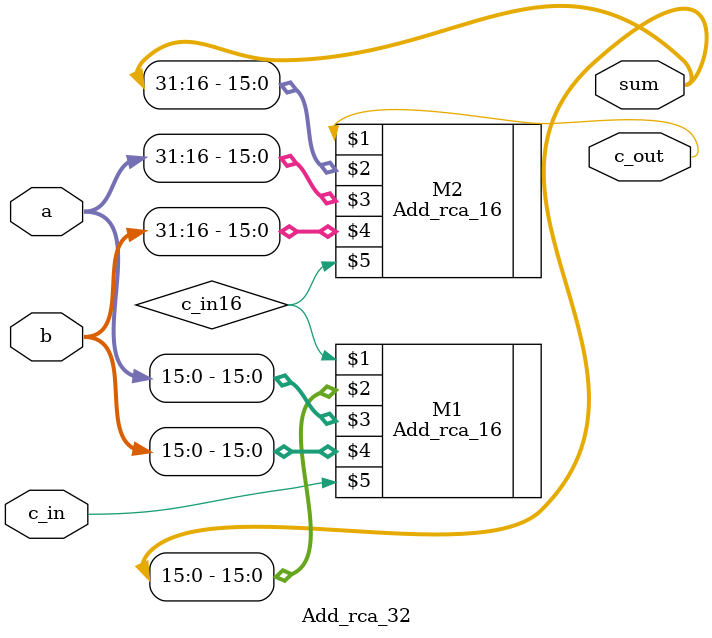
<source format=v>
module Add_rca_32(output c_out, output[31:0]sum, input[31:0] a,b, input c_in);
	wire				c_in16;
	Add_rca_16 M1	(c_in16,	sum[15:0],	a[15:0],	b[15:0],	c_in);
	Add_rca_16 M2	(c_out,	sum[31:16],	a[31:16],b[31:16], c_in16);
endmodule


</source>
